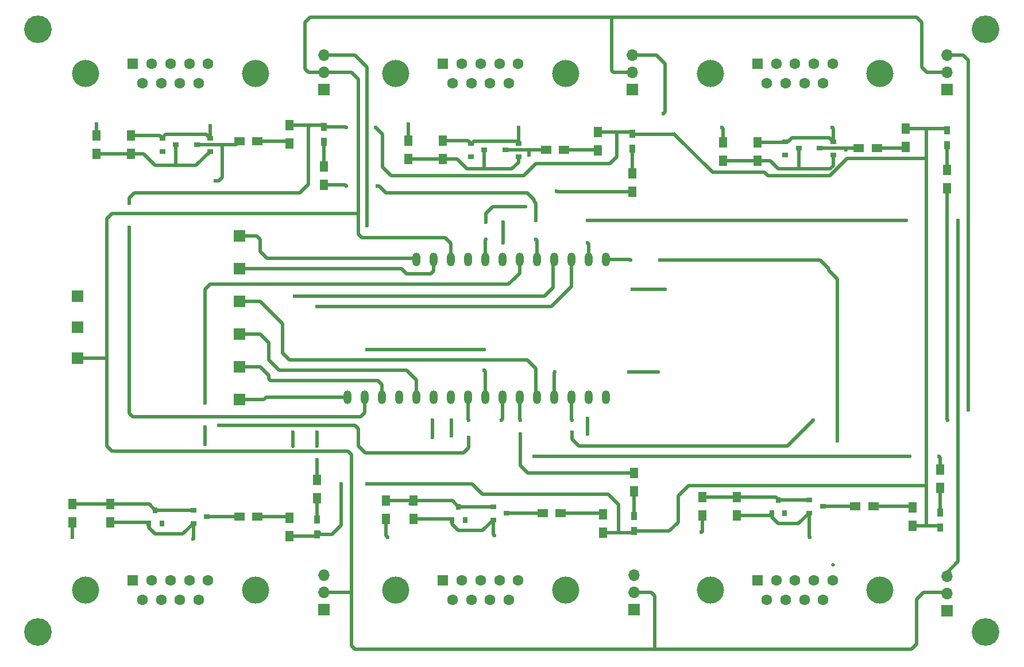
<source format=gtl>
G04 #@! TF.FileFunction,Copper,L1,Top,Signal*
%FSLAX46Y46*%
G04 Gerber Fmt 4.6, Leading zero omitted, Abs format (unit mm)*
G04 Created by KiCad (PCBNEW 4.0.7-e2-6376~60~ubuntu17.10.1) date Mon Feb  5 04:30:27 2018*
%MOMM*%
%LPD*%
G01*
G04 APERTURE LIST*
%ADD10C,0.100000*%
%ADD11C,4.064000*%
%ADD12R,0.900000X0.800000*%
%ADD13R,1.300000X1.500000*%
%ADD14R,0.900000X1.200000*%
%ADD15R,0.800000X0.900000*%
%ADD16R,1.600000X1.600000*%
%ADD17C,1.600000*%
%ADD18C,4.000000*%
%ADD19R,1.500000X1.300000*%
%ADD20O,1.200000X2.000000*%
%ADD21R,1.700000X1.700000*%
%ADD22O,1.700000X1.700000*%
%ADD23C,0.600000*%
%ADD24C,0.500000*%
G04 APERTURE END LIST*
D10*
D11*
X245110000Y-151130000D03*
X105410000Y-151130000D03*
X105410000Y-62230000D03*
D12*
X123714000Y-78298000D03*
X123714000Y-80198000D03*
X125714000Y-79248000D03*
D13*
X142494000Y-79074000D03*
X142494000Y-76374000D03*
D14*
X147574000Y-78824000D03*
X147574000Y-76624000D03*
D12*
X169180000Y-79060000D03*
X169180000Y-80960000D03*
X171180000Y-80010000D03*
D13*
X187960000Y-80090000D03*
X187960000Y-77390000D03*
D14*
X193040000Y-79840000D03*
X193040000Y-77640000D03*
D12*
X215535000Y-78806000D03*
X215535000Y-80706000D03*
X217535000Y-79756000D03*
D13*
X233299000Y-79582000D03*
X233299000Y-76882000D03*
D14*
X239395000Y-79332000D03*
X239395000Y-77132000D03*
D15*
X121732000Y-135112000D03*
X123632000Y-135112000D03*
X122682000Y-133112000D03*
D13*
X142494000Y-134286000D03*
X142494000Y-136986000D03*
D14*
X146558000Y-134536000D03*
X146558000Y-136736000D03*
D15*
X166436000Y-134604000D03*
X168336000Y-134604000D03*
X167386000Y-132604000D03*
D13*
X188722000Y-133778000D03*
X188722000Y-136478000D03*
D14*
X193294000Y-134028000D03*
X193294000Y-136228000D03*
D15*
X213553000Y-133588000D03*
X215453000Y-133588000D03*
X214503000Y-131588000D03*
D13*
X234315000Y-132762000D03*
X234315000Y-135462000D03*
D14*
X238379000Y-133520000D03*
X238379000Y-135720000D03*
D16*
X119380000Y-67310000D03*
D17*
X122150000Y-67310000D03*
X124920000Y-67310000D03*
X127690000Y-67310000D03*
X130460000Y-67310000D03*
X120765000Y-70150000D03*
X123535000Y-70150000D03*
X126305000Y-70150000D03*
X129075000Y-70150000D03*
D18*
X112420000Y-68730000D03*
X137420000Y-68730000D03*
D16*
X165100000Y-67310000D03*
D17*
X167870000Y-67310000D03*
X170640000Y-67310000D03*
X173410000Y-67310000D03*
X176180000Y-67310000D03*
X166485000Y-70150000D03*
X169255000Y-70150000D03*
X172025000Y-70150000D03*
X174795000Y-70150000D03*
D18*
X158140000Y-68730000D03*
X183140000Y-68730000D03*
D16*
X211455000Y-67310000D03*
D17*
X214225000Y-67310000D03*
X216995000Y-67310000D03*
X219765000Y-67310000D03*
X222535000Y-67310000D03*
X212840000Y-70150000D03*
X215610000Y-70150000D03*
X218380000Y-70150000D03*
X221150000Y-70150000D03*
D18*
X204495000Y-68730000D03*
X229495000Y-68730000D03*
D16*
X119380000Y-143510000D03*
D17*
X122150000Y-143510000D03*
X124920000Y-143510000D03*
X127690000Y-143510000D03*
X130460000Y-143510000D03*
X120765000Y-146350000D03*
X123535000Y-146350000D03*
X126305000Y-146350000D03*
X129075000Y-146350000D03*
D18*
X112420000Y-144930000D03*
X137420000Y-144930000D03*
D16*
X165100000Y-143510000D03*
D17*
X167870000Y-143510000D03*
X170640000Y-143510000D03*
X173410000Y-143510000D03*
X176180000Y-143510000D03*
X166485000Y-146350000D03*
X169255000Y-146350000D03*
X172025000Y-146350000D03*
X174795000Y-146350000D03*
D18*
X158140000Y-144930000D03*
X183140000Y-144930000D03*
D16*
X211455000Y-143510000D03*
D17*
X214225000Y-143510000D03*
X216995000Y-143510000D03*
X219765000Y-143510000D03*
X222535000Y-143510000D03*
X212840000Y-146350000D03*
X215610000Y-146350000D03*
X218380000Y-146350000D03*
X221150000Y-146350000D03*
D18*
X204495000Y-144930000D03*
X229495000Y-144930000D03*
D12*
X130794000Y-80198000D03*
X130794000Y-78298000D03*
X128794000Y-79248000D03*
X176260000Y-80960000D03*
X176260000Y-79060000D03*
X174260000Y-80010000D03*
X222615000Y-80706000D03*
X222615000Y-78806000D03*
X220615000Y-79756000D03*
X128286000Y-133162000D03*
X128286000Y-135062000D03*
X130286000Y-134112000D03*
X172482000Y-132654000D03*
X172482000Y-134554000D03*
X174482000Y-133604000D03*
X219091000Y-131638000D03*
X219091000Y-133538000D03*
X221091000Y-132588000D03*
D13*
X114046000Y-77898000D03*
X114046000Y-80598000D03*
X119126000Y-77898000D03*
X119126000Y-80598000D03*
D19*
X135048000Y-78740000D03*
X137748000Y-78740000D03*
D13*
X147574000Y-85170000D03*
X147574000Y-82470000D03*
X160020000Y-78660000D03*
X160020000Y-81360000D03*
X165100000Y-78660000D03*
X165100000Y-81360000D03*
D19*
X180260000Y-80010000D03*
X182960000Y-80010000D03*
D13*
X193040000Y-86186000D03*
X193040000Y-83486000D03*
X206375000Y-78914000D03*
X206375000Y-81614000D03*
X211455000Y-78914000D03*
X211455000Y-81614000D03*
D19*
X226361000Y-79756000D03*
X229061000Y-79756000D03*
D13*
X239395000Y-85678000D03*
X239395000Y-82978000D03*
X110490000Y-134954000D03*
X110490000Y-132254000D03*
X116078000Y-134954000D03*
X116078000Y-132254000D03*
D19*
X135048000Y-134112000D03*
X137748000Y-134112000D03*
D13*
X146558000Y-128698000D03*
X146558000Y-131398000D03*
X156718000Y-134446000D03*
X156718000Y-131746000D03*
X160782000Y-134446000D03*
X160782000Y-131746000D03*
D19*
X179752000Y-133604000D03*
X182452000Y-133604000D03*
D13*
X193294000Y-127682000D03*
X193294000Y-130382000D03*
X203327000Y-133938000D03*
X203327000Y-131238000D03*
X208407000Y-133938000D03*
X208407000Y-131238000D03*
D19*
X225853000Y-132588000D03*
X228553000Y-132588000D03*
D13*
X238379000Y-127174000D03*
X238379000Y-129874000D03*
D20*
X151041100Y-116433600D03*
X153581100Y-116433600D03*
X156121100Y-116433600D03*
X158661100Y-116433600D03*
X161201100Y-96113600D03*
X161201100Y-116433600D03*
X163741100Y-96113600D03*
X163741100Y-116433600D03*
X166281100Y-96113600D03*
X166281100Y-116433600D03*
X168821100Y-96113600D03*
X168821100Y-116433600D03*
X171361100Y-96113600D03*
X171361100Y-116433600D03*
X173901100Y-96113600D03*
X173901100Y-116433600D03*
X176441100Y-96113600D03*
X176441100Y-116433600D03*
X178981100Y-96113600D03*
X178981100Y-116433600D03*
X181521100Y-96113600D03*
X181521100Y-116433600D03*
X184061100Y-96113600D03*
X184061100Y-116433600D03*
X186601100Y-96113600D03*
X186601100Y-116433600D03*
X189141100Y-96113600D03*
X189141100Y-116433600D03*
D21*
X147574000Y-71120000D03*
D22*
X147574000Y-68580000D03*
X147574000Y-66040000D03*
D21*
X193040000Y-71120000D03*
D22*
X193040000Y-68580000D03*
X193040000Y-66040000D03*
D21*
X239395000Y-71120000D03*
D22*
X239395000Y-68580000D03*
X239395000Y-66040000D03*
D21*
X147574000Y-147828000D03*
D22*
X147574000Y-145288000D03*
X147574000Y-142748000D03*
D21*
X193294000Y-147828000D03*
D22*
X193294000Y-145288000D03*
X193294000Y-142748000D03*
D21*
X239395000Y-147955000D03*
D22*
X239395000Y-145415000D03*
X239395000Y-142875000D03*
D21*
X135128000Y-116840000D03*
X135128000Y-112014000D03*
X135128000Y-107188000D03*
X135128000Y-102362000D03*
X135128000Y-97536000D03*
X135128000Y-92710000D03*
X111188500Y-106108500D03*
X111188500Y-110680500D03*
X111188500Y-101536500D03*
D11*
X245110000Y-62230000D03*
D23*
X153924000Y-129286000D03*
X150114000Y-129286000D03*
X118872000Y-87884000D03*
X118872000Y-91440000D03*
X118872000Y-106172000D03*
X150876000Y-76708000D03*
X155194000Y-76708000D03*
X219202000Y-137160000D03*
X172720000Y-136906000D03*
X128270000Y-137414000D03*
X222504000Y-76708000D03*
X176276000Y-76708000D03*
X130810000Y-76454000D03*
X114046000Y-76200000D03*
X160020000Y-76200000D03*
X206248000Y-76708000D03*
X110490000Y-137160000D03*
X156972000Y-137160000D03*
X203200000Y-136398000D03*
X153924000Y-91186000D03*
X171196000Y-112522000D03*
X171196000Y-109474000D03*
X153924000Y-109474000D03*
X193040000Y-100584000D03*
X197866000Y-100584000D03*
X197612000Y-74676000D03*
X242570000Y-118364000D03*
X186436000Y-119634000D03*
X186436000Y-121920000D03*
X143002000Y-123444000D03*
X143002000Y-121666000D03*
X143256000Y-101600000D03*
X166370000Y-119888000D03*
X166370000Y-122174000D03*
X233426000Y-90424000D03*
X241046000Y-90424000D03*
X186436000Y-90424000D03*
X186436000Y-93726000D03*
X168910000Y-122428000D03*
X168910000Y-119888000D03*
X131572000Y-84582000D03*
X132080000Y-120650000D03*
X177800000Y-80772000D03*
X173990000Y-90678000D03*
X173990000Y-93726000D03*
X181610000Y-112776000D03*
X192532000Y-112776000D03*
X196850000Y-112776000D03*
X224536000Y-80010000D03*
X132842000Y-134112000D03*
X130048000Y-123444000D03*
X130048000Y-120904000D03*
X130048000Y-117348000D03*
X177038000Y-133604000D03*
X163576000Y-119888000D03*
X163576000Y-122428000D03*
X192786000Y-96266000D03*
X197104000Y-96266000D03*
X223266000Y-132588000D03*
X223266000Y-122936000D03*
X178816000Y-93218000D03*
X178816000Y-90424000D03*
X155448000Y-85344000D03*
X150876000Y-85344000D03*
X171450000Y-93218000D03*
X171450000Y-90678000D03*
X177292000Y-88392000D03*
X181864000Y-86106000D03*
X184150000Y-119888000D03*
X184150000Y-121666000D03*
X219710000Y-119888000D03*
X239522000Y-119888000D03*
X146558000Y-103124000D03*
X146558000Y-121666000D03*
X146558000Y-123698000D03*
X146558000Y-125730000D03*
X176530000Y-119888000D03*
X176530000Y-121920000D03*
X173736000Y-119888000D03*
X238252000Y-125222000D03*
X233934000Y-125222000D03*
X178562000Y-125222000D03*
D24*
X222535000Y-141224000D02*
X222631000Y-141224000D01*
X222631000Y-141224000D02*
X222535000Y-141224000D01*
X150114000Y-135382000D02*
X149098000Y-136398000D01*
X148760000Y-136736000D02*
X149098000Y-136398000D01*
X148760000Y-136736000D02*
X146558000Y-136736000D01*
X191008000Y-132334000D02*
X189484000Y-130810000D01*
X189484000Y-130810000D02*
X170942000Y-130810000D01*
X170942000Y-130810000D02*
X169418000Y-129286000D01*
X169418000Y-129286000D02*
X153924000Y-129286000D01*
X150114000Y-129286000D02*
X150114000Y-135382000D01*
X191008000Y-132334000D02*
X191008000Y-136478000D01*
X146896000Y-136398000D02*
X146558000Y-136736000D01*
X199771000Y-131064000D02*
X199771000Y-134915000D01*
X201295000Y-129540000D02*
X199771000Y-131064000D01*
X234823000Y-129540000D02*
X201295000Y-129540000D01*
X236347000Y-129540000D02*
X234823000Y-129540000D01*
X198458000Y-136228000D02*
X199771000Y-134915000D01*
X198458000Y-136228000D02*
X193294000Y-136228000D01*
X236347000Y-129540000D02*
X236220000Y-129540000D01*
X236220000Y-129540000D02*
X236347000Y-129540000D01*
X235331000Y-81280000D02*
X236347000Y-81280000D01*
X236347000Y-81280000D02*
X236220000Y-81280000D01*
X236220000Y-81280000D02*
X236347000Y-81280000D01*
X236347000Y-80264000D02*
X236347000Y-81280000D01*
X236347000Y-81280000D02*
X236347000Y-129540000D01*
X236347000Y-129540000D02*
X236347000Y-131445000D01*
X145288000Y-77216000D02*
X145288000Y-76374000D01*
X145288000Y-76374000D02*
X145288000Y-76454000D01*
X145288000Y-76454000D02*
X145288000Y-76374000D01*
X118872000Y-106172000D02*
X118872000Y-91440000D01*
X145542000Y-76454000D02*
X145542000Y-76374000D01*
X145622000Y-76374000D02*
X145542000Y-76454000D01*
X146130000Y-76374000D02*
X145622000Y-76374000D01*
X145288000Y-85090000D02*
X145288000Y-77216000D01*
X144018000Y-86360000D02*
X145288000Y-85090000D01*
X119634000Y-86360000D02*
X144018000Y-86360000D01*
X118872000Y-87122000D02*
X119634000Y-86360000D01*
X118872000Y-87884000D02*
X118872000Y-87122000D01*
X153581100Y-116433600D02*
X153581100Y-118783100D01*
X118872000Y-118872000D02*
X118872000Y-106172000D01*
X119380000Y-119380000D02*
X118872000Y-118872000D01*
X152984200Y-119380000D02*
X119380000Y-119380000D01*
X153581100Y-118783100D02*
X152984200Y-119380000D01*
X177038000Y-83820000D02*
X157480000Y-83820000D01*
X190754000Y-81026000D02*
X189738000Y-82042000D01*
X189738000Y-82042000D02*
X178816000Y-82042000D01*
X178816000Y-82042000D02*
X177038000Y-83820000D01*
X190754000Y-77390000D02*
X190754000Y-81026000D01*
X150792000Y-76624000D02*
X147574000Y-76624000D01*
X150876000Y-76708000D02*
X150792000Y-76624000D01*
X156210000Y-77724000D02*
X155194000Y-76708000D01*
X156210000Y-82550000D02*
X156210000Y-77724000D01*
X157480000Y-83820000D02*
X156210000Y-82550000D01*
X199199500Y-77660500D02*
X193060500Y-77660500D01*
X193060500Y-77660500D02*
X193040000Y-77640000D01*
X188722000Y-136478000D02*
X188388000Y-136478000D01*
X236347000Y-135462000D02*
X236347000Y-131445000D01*
X236347000Y-131445000D02*
X236347000Y-131064000D01*
X236347000Y-80264000D02*
X236347000Y-76882000D01*
X224663000Y-81280000D02*
X235331000Y-81280000D01*
X222123000Y-83820000D02*
X224663000Y-81280000D01*
X212979000Y-83820000D02*
X222123000Y-83820000D01*
X212471000Y-83312000D02*
X212979000Y-83820000D01*
X204851000Y-83312000D02*
X212471000Y-83312000D01*
X199179000Y-77640000D02*
X199199500Y-77660500D01*
X199199500Y-77660500D02*
X204851000Y-83312000D01*
X234315000Y-135462000D02*
X236347000Y-135462000D01*
X236347000Y-135462000D02*
X238121000Y-135462000D01*
X238121000Y-135462000D02*
X238379000Y-135720000D01*
X188722000Y-136478000D02*
X191008000Y-136478000D01*
X191008000Y-136478000D02*
X191088000Y-136478000D01*
X191088000Y-136478000D02*
X193044000Y-136478000D01*
X193044000Y-136478000D02*
X193294000Y-136228000D01*
X142494000Y-136986000D02*
X146308000Y-136986000D01*
X146308000Y-136986000D02*
X146558000Y-136736000D01*
X142494000Y-76374000D02*
X145288000Y-76374000D01*
X145288000Y-76374000D02*
X145542000Y-76374000D01*
X145542000Y-76374000D02*
X147324000Y-76374000D01*
X147324000Y-76374000D02*
X147574000Y-76624000D01*
X233299000Y-76882000D02*
X236347000Y-76882000D01*
X236347000Y-76882000D02*
X239145000Y-76882000D01*
X239145000Y-76882000D02*
X239395000Y-77132000D01*
X187960000Y-77390000D02*
X190754000Y-77390000D01*
X190754000Y-77390000D02*
X192790000Y-77390000D01*
X192790000Y-77390000D02*
X193040000Y-77640000D01*
X147574000Y-145288000D02*
X151638000Y-145288000D01*
X151638000Y-153162000D02*
X152146000Y-153670000D01*
X151638000Y-124968000D02*
X151130000Y-124460000D01*
X152654000Y-92456000D02*
X153162000Y-92964000D01*
X152654000Y-89408000D02*
X152654000Y-90678000D01*
X152654000Y-92456000D02*
X152654000Y-90678000D01*
X165430200Y-92964000D02*
X153162000Y-92964000D01*
X166281100Y-93814900D02*
X165430200Y-92964000D01*
X166281100Y-93814900D02*
X166281100Y-96113600D01*
X151384000Y-89408000D02*
X152654000Y-89408000D01*
X115570000Y-101346000D02*
X115570000Y-90170000D01*
X115570000Y-109220000D02*
X115570000Y-101346000D01*
X115570000Y-110744000D02*
X115570000Y-109220000D01*
X116332000Y-89408000D02*
X151384000Y-89408000D01*
X115570000Y-90170000D02*
X116332000Y-89408000D01*
X116332000Y-124460000D02*
X115570000Y-123698000D01*
X115570000Y-123698000D02*
X115570000Y-110744000D01*
X114109500Y-110680500D02*
X115570000Y-110680500D01*
X115570000Y-110680500D02*
X115570000Y-110744000D01*
X151638000Y-146050000D02*
X151638000Y-145288000D01*
X151638000Y-145288000D02*
X151638000Y-124968000D01*
X151130000Y-124460000D02*
X116586000Y-124460000D01*
X224536000Y-153670000D02*
X234188000Y-153670000D01*
X196342000Y-153670000D02*
X224536000Y-153670000D01*
X235966000Y-145288000D02*
X239268000Y-145288000D01*
X234950000Y-146304000D02*
X235966000Y-145288000D01*
X234950000Y-152908000D02*
X234950000Y-146304000D01*
X234188000Y-153670000D02*
X234950000Y-152908000D01*
X239268000Y-145288000D02*
X239395000Y-145415000D01*
X193294000Y-145288000D02*
X195834000Y-145288000D01*
X196342000Y-145796000D02*
X196342000Y-153670000D01*
X195834000Y-145288000D02*
X196342000Y-145796000D01*
X152146000Y-153670000D02*
X196342000Y-153670000D01*
X151638000Y-146050000D02*
X151638000Y-153162000D01*
X151638000Y-68580000D02*
X147574000Y-68580000D01*
X152654000Y-89408000D02*
X152654000Y-69596000D01*
X152654000Y-69596000D02*
X151638000Y-68580000D01*
X111188500Y-110680500D02*
X114109500Y-110680500D01*
X202692000Y-60452000D02*
X234950000Y-60452000D01*
X189992000Y-60452000D02*
X202692000Y-60452000D01*
X236474000Y-68580000D02*
X239395000Y-68580000D01*
X235712000Y-67818000D02*
X236474000Y-68580000D01*
X235712000Y-61214000D02*
X235712000Y-67818000D01*
X234950000Y-60452000D02*
X235712000Y-61214000D01*
X193040000Y-68580000D02*
X190754000Y-68580000D01*
X189992000Y-68326000D02*
X189992000Y-60452000D01*
X190246000Y-68580000D02*
X189992000Y-68326000D01*
X190754000Y-68580000D02*
X190246000Y-68580000D01*
X147574000Y-68580000D02*
X145288000Y-68580000D01*
X145288000Y-68580000D02*
X144780000Y-68072000D01*
X144780000Y-68072000D02*
X144780000Y-61214000D01*
X144780000Y-61214000D02*
X145542000Y-60452000D01*
X145542000Y-60452000D02*
X189992000Y-60452000D01*
X219091000Y-137049000D02*
X219091000Y-133538000D01*
X219202000Y-137160000D02*
X219091000Y-137049000D01*
X172482000Y-136668000D02*
X172482000Y-134554000D01*
X172720000Y-136906000D02*
X172482000Y-136668000D01*
X128286000Y-137398000D02*
X128286000Y-135062000D01*
X128270000Y-137414000D02*
X128286000Y-137398000D01*
X222615000Y-76819000D02*
X222615000Y-78806000D01*
X222504000Y-76708000D02*
X222615000Y-76819000D01*
X176260000Y-76724000D02*
X176260000Y-79060000D01*
X176276000Y-76708000D02*
X176260000Y-76724000D01*
X175940000Y-78740000D02*
X169672000Y-78740000D01*
X130794000Y-76470000D02*
X130794000Y-78298000D01*
X130810000Y-76454000D02*
X130794000Y-76470000D01*
X147828000Y-147828000D02*
X147828000Y-148336000D01*
X208407000Y-133938000D02*
X213203000Y-133938000D01*
X213203000Y-133938000D02*
X213553000Y-133588000D01*
X213553000Y-133588000D02*
X213553000Y-134178000D01*
X213553000Y-134178000D02*
X214503000Y-135128000D01*
X214503000Y-135128000D02*
X217501000Y-135128000D01*
X217501000Y-135128000D02*
X219091000Y-133538000D01*
X166436000Y-134604000D02*
X166436000Y-135194000D01*
X166436000Y-135194000D02*
X167386000Y-136144000D01*
X167386000Y-136144000D02*
X170892000Y-136144000D01*
X170892000Y-136144000D02*
X172482000Y-134554000D01*
X160782000Y-134446000D02*
X166278000Y-134446000D01*
X166278000Y-134446000D02*
X166436000Y-134604000D01*
X116078000Y-134954000D02*
X121574000Y-134954000D01*
X121574000Y-134954000D02*
X121732000Y-135112000D01*
X121732000Y-135112000D02*
X121732000Y-135702000D01*
X126696000Y-136652000D02*
X128286000Y-135062000D01*
X122682000Y-136652000D02*
X126696000Y-136652000D01*
X121732000Y-135702000D02*
X122682000Y-136652000D01*
X123714000Y-78298000D02*
X123714000Y-78216000D01*
X123714000Y-78216000D02*
X124206000Y-77724000D01*
X130220000Y-77724000D02*
X130794000Y-78298000D01*
X124206000Y-77724000D02*
X130220000Y-77724000D01*
X119126000Y-77898000D02*
X123314000Y-77898000D01*
X123314000Y-77898000D02*
X123714000Y-78298000D01*
X215535000Y-78806000D02*
X215961000Y-78806000D01*
X215961000Y-78806000D02*
X216535000Y-78232000D01*
X222041000Y-78232000D02*
X222615000Y-78806000D01*
X216535000Y-78232000D02*
X222041000Y-78232000D01*
X211455000Y-78914000D02*
X215427000Y-78914000D01*
X215427000Y-78914000D02*
X215535000Y-78806000D01*
X222885000Y-67310000D02*
X222535000Y-67310000D01*
X169672000Y-78740000D02*
X169352000Y-79060000D01*
X169180000Y-79060000D02*
X169352000Y-79060000D01*
X165100000Y-78660000D02*
X168780000Y-78660000D01*
X168780000Y-78660000D02*
X169180000Y-79060000D01*
X175940000Y-78740000D02*
X176260000Y-79060000D01*
X125714000Y-79248000D02*
X125714000Y-82296000D01*
X125714000Y-82296000D02*
X125730000Y-82296000D01*
X119126000Y-80598000D02*
X120984000Y-80598000D01*
X128696000Y-82296000D02*
X130794000Y-80198000D01*
X122682000Y-82296000D02*
X125730000Y-82296000D01*
X125730000Y-82296000D02*
X128696000Y-82296000D01*
X120984000Y-80598000D02*
X122682000Y-82296000D01*
X114046000Y-80598000D02*
X119126000Y-80598000D01*
X137748000Y-78740000D02*
X142160000Y-78740000D01*
X142160000Y-78740000D02*
X142494000Y-79074000D01*
X147574000Y-78824000D02*
X147574000Y-82470000D01*
X176260000Y-81804000D02*
X176260000Y-80960000D01*
X171196000Y-82804000D02*
X171196000Y-81312000D01*
X171180000Y-81296000D02*
X171180000Y-80010000D01*
X171196000Y-81312000D02*
X171180000Y-81296000D01*
X169672000Y-82804000D02*
X171196000Y-82804000D01*
X171196000Y-82804000D02*
X175260000Y-82804000D01*
X168656000Y-82804000D02*
X169672000Y-82804000D01*
X167212000Y-81360000D02*
X168656000Y-82804000D01*
X165100000Y-81360000D02*
X167212000Y-81360000D01*
X175260000Y-82804000D02*
X176260000Y-81804000D01*
X165100000Y-81360000D02*
X160020000Y-81360000D01*
X182960000Y-80010000D02*
X187880000Y-80010000D01*
X187880000Y-80010000D02*
X187960000Y-80090000D01*
X193040000Y-83486000D02*
X193040000Y-79840000D01*
X218059000Y-82804000D02*
X222123000Y-82804000D01*
X222615000Y-82312000D02*
X222615000Y-80706000D01*
X222123000Y-82804000D02*
X222615000Y-82312000D01*
X211455000Y-81614000D02*
X213313000Y-81614000D01*
X217535000Y-82788000D02*
X217535000Y-79756000D01*
X217551000Y-82804000D02*
X217535000Y-82788000D01*
X218059000Y-82804000D02*
X217551000Y-82804000D01*
X214503000Y-82804000D02*
X218059000Y-82804000D01*
X213313000Y-81614000D02*
X214503000Y-82804000D01*
X206375000Y-81614000D02*
X211455000Y-81614000D01*
X229061000Y-79756000D02*
X233125000Y-79756000D01*
X233125000Y-79756000D02*
X233299000Y-79582000D01*
X239395000Y-79332000D02*
X239395000Y-82978000D01*
X122682000Y-133112000D02*
X128236000Y-133112000D01*
X128236000Y-133112000D02*
X128286000Y-133162000D01*
X116078000Y-132254000D02*
X121824000Y-132254000D01*
X121824000Y-132254000D02*
X122682000Y-133112000D01*
X110490000Y-132254000D02*
X116078000Y-132254000D01*
X137748000Y-134112000D02*
X142320000Y-134112000D01*
X142320000Y-134112000D02*
X142494000Y-134286000D01*
X146558000Y-134536000D02*
X146558000Y-131398000D01*
X167386000Y-132604000D02*
X172432000Y-132604000D01*
X172432000Y-132604000D02*
X172482000Y-132654000D01*
X160782000Y-131746000D02*
X166528000Y-131746000D01*
X166528000Y-131746000D02*
X167386000Y-132604000D01*
X156718000Y-131746000D02*
X160782000Y-131746000D01*
X160274000Y-132254000D02*
X160782000Y-131746000D01*
X182452000Y-133604000D02*
X188548000Y-133604000D01*
X188548000Y-133604000D02*
X188722000Y-133778000D01*
X193294000Y-130382000D02*
X193294000Y-134028000D01*
X214503000Y-131588000D02*
X219041000Y-131588000D01*
X219041000Y-131588000D02*
X219091000Y-131638000D01*
X208407000Y-131238000D02*
X214153000Y-131238000D01*
X214153000Y-131238000D02*
X214503000Y-131588000D01*
X203327000Y-131238000D02*
X208407000Y-131238000D01*
X228553000Y-132588000D02*
X234141000Y-132588000D01*
X234141000Y-132588000D02*
X234315000Y-132762000D01*
X238379000Y-133520000D02*
X238379000Y-129874000D01*
X114046000Y-76200000D02*
X114046000Y-77898000D01*
X160020000Y-76200000D02*
X160020000Y-78660000D01*
X206375000Y-76835000D02*
X206375000Y-78914000D01*
X206248000Y-76708000D02*
X206375000Y-76835000D01*
X110490000Y-137160000D02*
X110490000Y-134954000D01*
X156718000Y-136906000D02*
X156718000Y-134446000D01*
X156972000Y-137160000D02*
X156718000Y-136906000D01*
X203327000Y-136271000D02*
X203327000Y-133938000D01*
X203200000Y-136398000D02*
X203327000Y-136271000D01*
X147574000Y-66040000D02*
X152146000Y-66040000D01*
X153924000Y-67818000D02*
X153924000Y-79502000D01*
X152146000Y-66040000D02*
X153924000Y-67818000D01*
X153924000Y-79502000D02*
X153924000Y-91186000D01*
X171361100Y-112687100D02*
X171361100Y-116433600D01*
X171196000Y-112522000D02*
X171361100Y-112687100D01*
X153924000Y-109474000D02*
X171196000Y-109474000D01*
X193040000Y-66040000D02*
X196596000Y-66040000D01*
X197866000Y-100584000D02*
X193040000Y-100584000D01*
X197866000Y-74422000D02*
X197612000Y-74676000D01*
X197866000Y-67310000D02*
X197866000Y-74422000D01*
X196596000Y-66040000D02*
X197866000Y-67310000D01*
X242570000Y-91948000D02*
X242570000Y-66802000D01*
X242570000Y-118364000D02*
X242570000Y-91948000D01*
X186436000Y-121666000D02*
X186436000Y-121920000D01*
X186436000Y-119634000D02*
X186436000Y-121666000D01*
X241808000Y-66040000D02*
X239395000Y-66040000D01*
X242570000Y-66802000D02*
X241808000Y-66040000D01*
X143002000Y-123444000D02*
X143002000Y-121666000D01*
X181356000Y-100330000D02*
X181356000Y-96278700D01*
X180086000Y-101600000D02*
X181356000Y-100330000D01*
X143256000Y-101600000D02*
X180086000Y-101600000D01*
X181356000Y-96278700D02*
X181521100Y-96113600D01*
X143002000Y-123444000D02*
X143002000Y-123759998D01*
X166370000Y-122174000D02*
X166370000Y-119888000D01*
X239395000Y-142367000D02*
X241046000Y-140716000D01*
X241046000Y-140716000D02*
X241046000Y-114046000D01*
X241046000Y-114046000D02*
X241046000Y-91694000D01*
X241046000Y-91694000D02*
X241046000Y-90424000D01*
X233426000Y-90424000D02*
X228600000Y-90424000D01*
X228600000Y-90424000D02*
X228854000Y-90424000D01*
X239395000Y-142875000D02*
X239395000Y-142367000D01*
X186601100Y-96113600D02*
X186601100Y-93891100D01*
X186436000Y-90424000D02*
X228600000Y-90424000D01*
X186601100Y-93891100D02*
X186436000Y-93726000D01*
X151041100Y-116433600D02*
X139090400Y-116433600D01*
X138684000Y-116840000D02*
X135128000Y-116840000D01*
X139090400Y-116433600D02*
X138684000Y-116840000D01*
X156121100Y-116433600D02*
X156121100Y-114642900D01*
X138176000Y-112014000D02*
X135128000Y-112014000D01*
X139446000Y-113284000D02*
X138176000Y-112014000D01*
X139446000Y-113792000D02*
X139446000Y-113284000D01*
X139700000Y-114046000D02*
X139446000Y-113792000D01*
X155524200Y-114046000D02*
X139700000Y-114046000D01*
X156121100Y-114642900D02*
X155524200Y-114046000D01*
X135128000Y-107188000D02*
X138176000Y-107188000D01*
X161201100Y-113957100D02*
X161201100Y-116433600D01*
X159766000Y-112522000D02*
X161201100Y-113957100D01*
X140970000Y-112522000D02*
X159766000Y-112522000D01*
X139446000Y-110998000D02*
X140970000Y-112522000D01*
X139446000Y-108458000D02*
X139446000Y-110998000D01*
X138176000Y-107188000D02*
X139446000Y-108458000D01*
X135128000Y-102362000D02*
X138176000Y-102362000D01*
X178816000Y-112268000D02*
X178816000Y-116268500D01*
X177546000Y-110998000D02*
X178816000Y-112268000D01*
X142494000Y-110998000D02*
X177546000Y-110998000D01*
X141478000Y-109982000D02*
X142494000Y-110998000D01*
X141478000Y-105664000D02*
X141478000Y-109982000D01*
X140716000Y-104902000D02*
X141478000Y-105664000D01*
X138176000Y-102362000D02*
X140716000Y-104902000D01*
X178816000Y-116268500D02*
X178981100Y-116433600D01*
X135128000Y-97536000D02*
X159004000Y-97536000D01*
X163741100Y-97878900D02*
X163741100Y-96113600D01*
X163322000Y-98298000D02*
X163741100Y-97878900D01*
X159766000Y-98298000D02*
X163322000Y-98298000D01*
X159004000Y-97536000D02*
X159766000Y-98298000D01*
X135128000Y-97536000D02*
X135128000Y-97028000D01*
X135128000Y-92710000D02*
X137668000Y-92710000D01*
X139192000Y-96012000D02*
X161099500Y-96012000D01*
X138176000Y-94996000D02*
X139192000Y-96012000D01*
X138176000Y-93218000D02*
X138176000Y-94996000D01*
X137668000Y-92710000D02*
X138176000Y-93218000D01*
X161099500Y-96012000D02*
X161201100Y-96113600D01*
X161099500Y-96012000D02*
X161201100Y-96113600D01*
X153924000Y-124714000D02*
X153670000Y-124714000D01*
X153924000Y-124714000D02*
X168148000Y-124714000D01*
X168148000Y-124714000D02*
X168910000Y-123952000D01*
X168910000Y-123952000D02*
X168910000Y-122428000D01*
X132588000Y-79248000D02*
X132588000Y-84074000D01*
X132080000Y-84582000D02*
X131572000Y-84582000D01*
X132588000Y-84074000D02*
X132080000Y-84582000D01*
X152146000Y-120650000D02*
X132080000Y-120650000D01*
X152654000Y-121158000D02*
X152146000Y-120650000D01*
X152654000Y-123698000D02*
X152654000Y-121158000D01*
X153670000Y-124714000D02*
X152654000Y-123698000D01*
X168821100Y-116433600D02*
X168821100Y-119799100D01*
X168821100Y-119799100D02*
X168910000Y-119888000D01*
X168910000Y-119888000D02*
X168821100Y-119799100D01*
X168656000Y-116598700D02*
X168821100Y-116433600D01*
X128794000Y-79248000D02*
X131826000Y-79248000D01*
X131826000Y-79248000D02*
X132588000Y-79248000D01*
X132588000Y-79248000D02*
X134540000Y-79248000D01*
X134540000Y-79248000D02*
X135048000Y-78740000D01*
X177800000Y-80772000D02*
X177800000Y-80010000D01*
X173990000Y-93726000D02*
X173990000Y-90678000D01*
X174260000Y-80010000D02*
X177800000Y-80010000D01*
X177800000Y-80010000D02*
X180260000Y-80010000D01*
X224536000Y-79756000D02*
X224536000Y-80010000D01*
X181521100Y-112864900D02*
X181521100Y-116433600D01*
X181610000Y-112776000D02*
X181521100Y-112864900D01*
X196850000Y-112776000D02*
X192532000Y-112776000D01*
X220615000Y-79756000D02*
X223647000Y-79756000D01*
X223647000Y-79756000D02*
X224536000Y-79756000D01*
X224536000Y-79756000D02*
X226361000Y-79756000D01*
X137414000Y-99822000D02*
X130810000Y-99822000D01*
X176441100Y-98209100D02*
X175768000Y-98882200D01*
X175768000Y-98882200D02*
X175691800Y-98882200D01*
X175691800Y-98882200D02*
X174752000Y-99822000D01*
X174752000Y-99822000D02*
X137414000Y-99822000D01*
X176441100Y-96113600D02*
X176441100Y-98209100D01*
X130048000Y-120904000D02*
X130048000Y-123444000D01*
X130048000Y-100584000D02*
X130048000Y-117348000D01*
X130810000Y-99822000D02*
X130048000Y-100584000D01*
X130286000Y-134112000D02*
X132842000Y-134112000D01*
X132842000Y-134112000D02*
X135048000Y-134112000D01*
X163576000Y-122428000D02*
X163576000Y-119888000D01*
X174482000Y-133604000D02*
X176022000Y-133604000D01*
X176022000Y-133604000D02*
X177038000Y-133604000D01*
X177038000Y-133604000D02*
X179752000Y-133604000D01*
X221996000Y-97536000D02*
X221996000Y-97790000D01*
X192633600Y-96113600D02*
X192786000Y-96266000D01*
X197104000Y-96266000D02*
X220726000Y-96266000D01*
X220726000Y-96266000D02*
X221996000Y-97536000D01*
X189141100Y-96113600D02*
X192633600Y-96113600D01*
X223266000Y-99060000D02*
X223266000Y-122936000D01*
X221996000Y-97790000D02*
X223266000Y-99060000D01*
X225853000Y-132588000D02*
X225853000Y-132254000D01*
X221091000Y-132588000D02*
X223266000Y-132588000D01*
X223266000Y-132588000D02*
X225853000Y-132588000D01*
X155448000Y-85344000D02*
X155702000Y-85344000D01*
X155702000Y-85344000D02*
X156718000Y-86360000D01*
X147574000Y-85170000D02*
X150702000Y-85170000D01*
X178981100Y-93383100D02*
X178981100Y-96113600D01*
X178816000Y-93218000D02*
X178981100Y-93383100D01*
X178816000Y-87884000D02*
X178816000Y-90424000D01*
X178562000Y-87630000D02*
X178816000Y-87884000D01*
X178562000Y-87376000D02*
X178562000Y-87630000D01*
X177546000Y-86360000D02*
X178562000Y-87376000D01*
X156718000Y-86360000D02*
X177546000Y-86360000D01*
X150702000Y-85170000D02*
X150876000Y-85344000D01*
X193040000Y-86186000D02*
X181944000Y-86186000D01*
X171361100Y-93306900D02*
X171361100Y-96113600D01*
X171450000Y-93218000D02*
X171361100Y-93306900D01*
X171450000Y-89408000D02*
X171450000Y-90678000D01*
X172466000Y-88392000D02*
X171450000Y-89408000D01*
X177292000Y-88392000D02*
X172466000Y-88392000D01*
X181944000Y-86186000D02*
X181864000Y-86106000D01*
X239395000Y-85678000D02*
X239395000Y-119761000D01*
X184061100Y-119799100D02*
X184061100Y-116433600D01*
X184150000Y-119888000D02*
X184061100Y-119799100D01*
X184150000Y-122682000D02*
X184150000Y-121666000D01*
X185166000Y-123698000D02*
X184150000Y-122682000D01*
X215900000Y-123698000D02*
X185166000Y-123698000D01*
X219710000Y-119888000D02*
X215900000Y-123698000D01*
X239395000Y-119761000D02*
X239522000Y-119888000D01*
X182626000Y-101600000D02*
X184061100Y-100164900D01*
X184061100Y-96113600D02*
X184061100Y-100164900D01*
X181102000Y-103124000D02*
X182626000Y-101600000D01*
X181102000Y-103124000D02*
X146558000Y-103124000D01*
X146558000Y-128698000D02*
X146558000Y-125730000D01*
X146558000Y-123698000D02*
X146558000Y-121666000D01*
X193294000Y-127682000D02*
X177626000Y-127682000D01*
X176441100Y-119799100D02*
X176441100Y-116433600D01*
X176530000Y-119888000D02*
X176441100Y-119799100D01*
X176530000Y-126586000D02*
X176530000Y-121920000D01*
X177626000Y-127682000D02*
X176530000Y-126586000D01*
X173736000Y-119888000D02*
X173901100Y-119722900D01*
X173901100Y-116433600D02*
X173901100Y-119722900D01*
X192024000Y-125222000D02*
X178562000Y-125222000D01*
X238379000Y-125349000D02*
X238252000Y-125222000D01*
X233934000Y-125222000D02*
X192024000Y-125222000D01*
X238379000Y-127174000D02*
X238379000Y-125349000D01*
M02*

</source>
